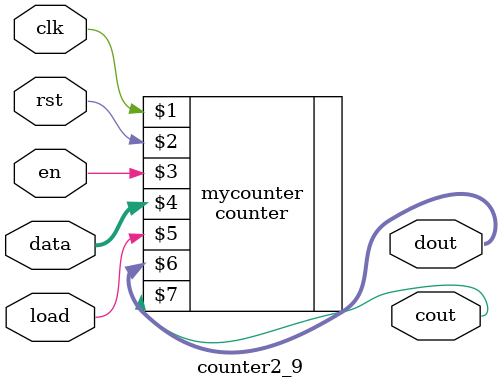
<source format=v>
module counter2_9(
   input clk,
   input rst,
   input en,
   input [3:0]data,
   input load,
   output [3:0]dout,
   output cout
   );
    
   counter #(2,9) mycounter(clk,rst,en,data,load,dout,cout);
    
endmodule

</source>
